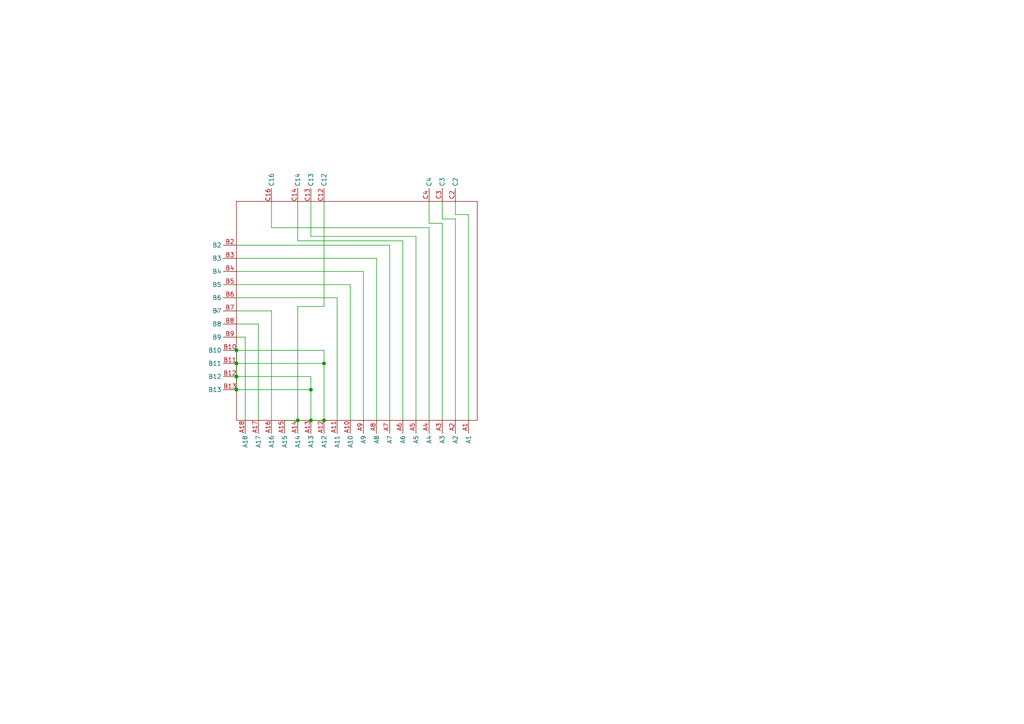
<source format=kicad_sch>
(kicad_sch (version 20250114) (generator "eeschema") (generator_version "9.0")
  (paper "A4")
  (lib_symbols
    (symbol "8hpTCU:8hpTCU"
      (symbol "8hpTCU_1_1"
        (rectangle (start -33.02 29.21) (end 36.83 -34.29))
        (pin passive line (at -33.02 16.51 180) (length 3.81) (name "B2") (number "B2"))
        (pin passive line (at -33.02 12.7 180) (length 3.81) (name "B3") (number "B3"))
        (pin passive line (at -33.02 8.89 180) (length 3.81) (name "B4") (number "B4"))
        (pin passive line (at -33.02 5.08 180) (length 3.81) (name "B5") (number "B5"))
        (pin passive line (at -33.02 1.27 180) (length 3.81) (name "B6") (number "B6"))
        (pin passive line (at -33.02 -2.54 180) (length 3.81) (name "B7") (number "B7"))
        (pin passive line (at -33.02 -6.35 180) (length 3.81) (name "B8") (number "B8"))
        (pin passive line (at -33.02 -10.16 180) (length 3.81) (name "B9") (number "B9"))
        (pin passive line (at -33.02 -13.97 180) (length 3.81) (name "B10") (number "B10"))
        (pin passive line (at -33.02 -17.78 180) (length 3.81) (name "B11") (number "B11"))
        (pin passive line (at -33.02 -21.59 180) (length 3.81) (name "B12") (number "B12"))
        (pin passive line (at -33.02 -25.4 180) (length 3.81) (name "B13") (number "B13"))
        (pin passive line (at -30.48 -34.29 270) (length 3.81) (name "A18") (number "A18"))
        (pin passive line (at -26.67 -34.29 270) (length 3.81) (name "A17") (number "A17"))
        (pin passive line (at -22.86 29.21 90) (length 3.81) (name "C16") (number "C16"))
        (pin passive line (at -22.86 -34.29 270) (length 3.81) (name "A16") (number "A16"))
        (pin passive line (at -19.05 -34.29 270) (length 3.81) (name "A15") (number "A15"))
        (pin passive line (at -15.24 29.21 90) (length 3.81) (name "C14") (number "C14"))
        (pin passive line (at -15.24 -34.29 270) (length 3.81) (name "A14") (number "A14"))
        (pin passive line (at -11.43 29.21 90) (length 3.81) (name "C13") (number "C13"))
        (pin passive line (at -11.43 -34.29 270) (length 3.81) (name "A13") (number "A13"))
        (pin passive line (at -7.62 29.21 90) (length 3.81) (name "C12") (number "C12"))
        (pin passive line (at -7.62 -34.29 270) (length 3.81) (name "A12") (number "A12"))
        (pin passive line (at -3.81 -34.29 270) (length 3.81) (name "A11") (number "A11"))
        (pin passive line (at 0 -34.29 270) (length 3.81) (name "A10") (number "A10"))
        (pin passive line (at 3.81 -34.29 270) (length 3.81) (name "A9") (number "A9"))
        (pin passive line (at 7.62 -34.29 270) (length 3.81) (name "A8") (number "A8"))
        (pin passive line (at 11.43 -34.29 270) (length 3.81) (name "A7") (number "A7"))
        (pin passive line (at 15.24 -34.29 270) (length 3.81) (name "A6") (number "A6"))
        (pin passive line (at 19.05 -34.29 270) (length 3.81) (name "A5") (number "A5"))
        (pin passive line (at 22.86 29.21 90) (length 3.81) (name "C4") (number "C4"))
        (pin passive line (at 22.86 -34.29 270) (length 3.81) (name "A4") (number "A4"))
        (pin passive line (at 26.67 29.21 90) (length 3.81) (name "C3") (number "C3"))
        (pin passive line (at 26.67 -34.29 270) (length 3.81) (name "A3") (number "A3"))
        (pin passive line (at 30.48 29.21 90) (length 3.81) (name "C2") (number "C2"))
        (pin passive line (at 30.48 -34.29 270) (length 3.81) (name "A2") (number "A2"))
        (pin passive line (at 34.29 -34.29 270) (length 3.81) (name "A1") (number "A1"))
      )
    )
  )
  (junction (at 68.58 109.22))
  (junction (at 68.58 101.6))
  (junction (at 93.98 105.41))
  (junction (at 93.98 121.92))
  (junction (at 90.17 121.92))
  (junction (at 90.17 113.03))
  (junction (at 68.58 113.03))
  (junction (at 68.58 105.41))
  (junction (at 86.36 121.92))
  (wire (pts (xy 86.36 88.9) (xy 93.98 88.9)))
  (wire (pts (xy 90.17 121.92) (xy 93.98 121.92)))
  (wire (pts (xy 120.65 68.58) (xy 90.17 68.58)))
  (wire (pts (xy 97.79 86.36) (xy 68.58 86.36)))
  (wire (pts (xy 93.98 105.41) (xy 93.98 121.92)))
  (wire (pts (xy 101.6 82.55) (xy 68.58 82.55)))
  (wire (pts (xy 78.74 121.92) (xy 78.74 90.17)))
  (wire (pts (xy 68.58 101.6) (xy 68.58 105.41)))
  (wire (pts (xy 105.41 78.74) (xy 68.58 78.74)))
  (wire (pts (xy 86.36 69.85) (xy 86.36 58.42)))
  (wire (pts (xy 78.74 90.17) (xy 68.58 90.17)))
  (wire (pts (xy 74.93 121.92) (xy 74.93 93.98)))
  (wire (pts (xy 124.46 66.04) (xy 78.74 66.04)))
  (wire (pts (xy 109.22 121.92) (xy 109.22 74.93)))
  (wire (pts (xy 74.93 93.98) (xy 68.58 93.98)))
  (wire (pts (xy 101.6 121.92) (xy 101.6 82.55)))
  (wire (pts (xy 90.17 121.92) (xy 90.17 113.03)))
  (wire (pts (xy 132.08 63.5) (xy 128.27 63.5)))
  (wire (pts (xy 113.03 71.12) (xy 68.58 71.12)))
  (wire (pts (xy 124.46 64.77) (xy 124.46 58.42)))
  (wire (pts (xy 93.98 105.41) (xy 93.98 101.6)))
  (wire (pts (xy 135.89 62.23) (xy 132.08 62.23)))
  (wire (pts (xy 128.27 64.77) (xy 124.46 64.77)))
  (wire (pts (xy 135.89 121.92) (xy 135.89 62.23)))
  (wire (pts (xy 116.84 121.92) (xy 116.84 69.85)))
  (wire (pts (xy 105.41 121.92) (xy 105.41 78.74)))
  (wire (pts (xy 132.08 121.92) (xy 132.08 63.5)))
  (wire (pts (xy 82.55 121.92) (xy 86.36 121.92)))
  (wire (pts (xy 90.17 68.58) (xy 90.17 58.42)))
  (wire (pts (xy 90.17 109.22) (xy 90.17 113.03)))
  (wire (pts (xy 90.17 113.03) (xy 68.58 113.03)))
  (wire (pts (xy 128.27 63.5) (xy 128.27 58.42)))
  (wire (pts (xy 68.58 109.22) (xy 68.58 113.03)))
  (wire (pts (xy 86.36 121.92) (xy 86.36 88.9)))
  (wire (pts (xy 132.08 62.23) (xy 132.08 58.42)))
  (wire (pts (xy 128.27 121.92) (xy 128.27 64.77)))
  (wire (pts (xy 120.65 121.92) (xy 120.65 68.58)))
  (wire (pts (xy 71.12 97.79) (xy 68.58 97.79)))
  (wire (pts (xy 113.03 121.92) (xy 113.03 71.12)))
  (wire (pts (xy 78.74 66.04) (xy 78.74 58.42)))
  (wire (pts (xy 116.84 69.85) (xy 86.36 69.85)))
  (wire (pts (xy 68.58 105.41) (xy 93.98 105.41)))
  (wire (pts (xy 124.46 121.92) (xy 124.46 66.04)))
  (wire (pts (xy 71.12 121.92) (xy 71.12 97.79)))
  (wire (pts (xy 93.98 101.6) (xy 68.58 101.6)))
  (wire (pts (xy 97.79 121.92) (xy 97.79 86.36)))
  (wire (pts (xy 68.58 105.41) (xy 68.58 109.22)))
  (wire (pts (xy 109.22 74.93) (xy 68.58 74.93)))
  (wire (pts (xy 68.58 109.22) (xy 90.17 109.22)))
  (wire (pts (xy 93.98 88.9) (xy 93.98 58.42)))
  (symbol (lib_id "8hpTCU:8hpTCU") (at 101.6 87.63 0) (unit 1)
    (property "Reference" "8hpTCU1" (effects (hide yes)))
    (property "Value" "~" (at 63.5 90.17 0) (effects (justify right)))
    (property "Footprint" "8hpTCU:8hpTCU" (effects (hide yes)))
  )
)
</source>
